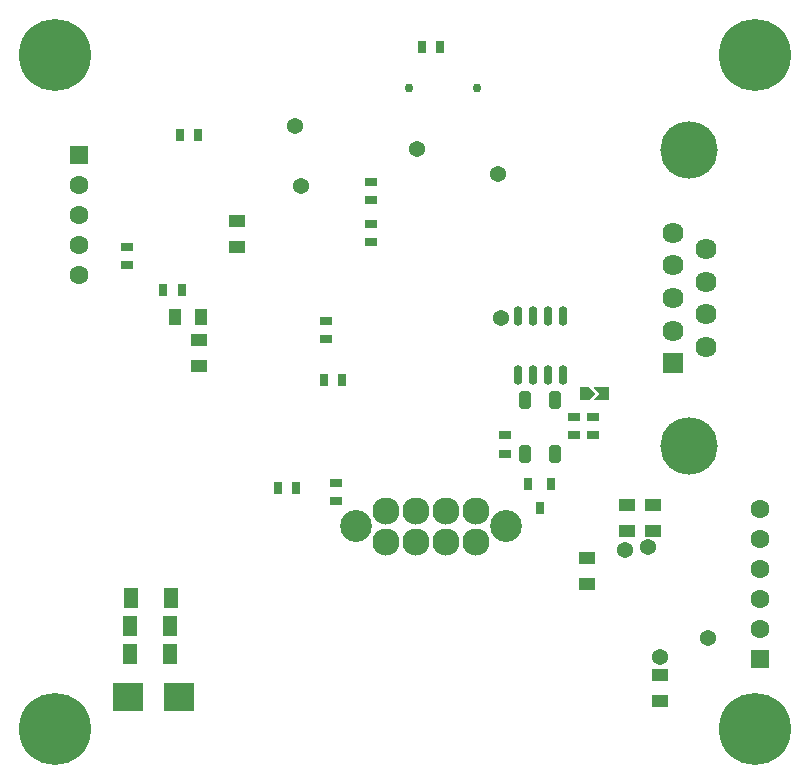
<source format=gbr>
%TF.GenerationSoftware,Altium Limited,Altium Designer,20.2.5 (213)*%
G04 Layer_Color=16711935*
%FSLAX44Y44*%
%MOMM*%
%TF.SameCoordinates,3FE501F2-1E46-4B48-ABA6-5278C61F2325*%
%TF.FilePolarity,Negative*%
%TF.FileFunction,Soldermask,Bot*%
%TF.Part,Single*%
G01*
G75*
%TA.AperFunction,SMDPad,CuDef*%
%ADD67R,1.0000X1.4000*%
%ADD68R,1.0000X0.7000*%
%ADD69R,0.2000X0.2000*%
%ADD70R,2.6000X2.4000*%
%ADD71R,0.7000X1.0000*%
%ADD72R,1.4000X1.0000*%
%ADD73R,0.8000X1.0000*%
G04:AMPARAMS|DCode=74|XSize=1.45mm|YSize=1mm|CornerRadius=0.14mm|HoleSize=0mm|Usage=FLASHONLY|Rotation=270.000|XOffset=0mm|YOffset=0mm|HoleType=Round|Shape=RoundedRectangle|*
%AMROUNDEDRECTD74*
21,1,1.4500,0.7200,0,0,270.0*
21,1,1.1700,1.0000,0,0,270.0*
1,1,0.2800,-0.3600,-0.5850*
1,1,0.2800,-0.3600,0.5850*
1,1,0.2800,0.3600,0.5850*
1,1,0.2800,0.3600,-0.5850*
%
%ADD74ROUNDEDRECTD74*%
%ADD75O,0.7500X1.7000*%
%ADD76R,1.2000X1.8000*%
%TA.AperFunction,ComponentPad*%
%ADD77C,0.7600*%
%ADD78C,1.6000*%
%ADD79R,1.6000X1.6000*%
%ADD80C,2.7000*%
%ADD81C,2.3000*%
%ADD82R,1.7900X1.7900*%
%ADD83C,1.7900*%
%ADD84C,4.8600*%
%TA.AperFunction,ViaPad*%
%ADD85C,6.1000*%
%ADD86C,1.3700*%
G36*
X496798Y329582D02*
X508500D01*
X508598Y329573D01*
X508692Y329544D01*
X508779Y329498D01*
X508855Y329435D01*
X508918Y329359D01*
X508964Y329272D01*
X508993Y329178D01*
X509002Y329080D01*
Y318920D01*
X508993Y318822D01*
X508964Y318728D01*
X508918Y318641D01*
X508855Y318565D01*
X508779Y318502D01*
X508692Y318456D01*
X508598Y318427D01*
X508500Y318418D01*
X496798D01*
X496797Y318417D01*
X496749Y318422D01*
X496699Y318427D01*
X496627Y318449D01*
X496605Y318456D01*
X496518Y318502D01*
X496442Y318565D01*
X496380Y318641D01*
X496333Y318728D01*
X496327Y318750D01*
X496305Y318822D01*
X496300Y318871D01*
X496295Y318920D01*
X496300Y318969D01*
X496305Y319018D01*
X496327Y319090D01*
X496333Y319112D01*
X496380Y319199D01*
X496442Y319275D01*
X501167Y324000D01*
X496442Y328725D01*
X496442Y328725D01*
X496414Y328759D01*
X496380Y328801D01*
X496333Y328888D01*
X496305Y328982D01*
X496304Y328991D01*
X496295Y329080D01*
X496305Y329178D01*
X496333Y329272D01*
X496380Y329359D01*
X496442Y329435D01*
X496518Y329498D01*
X496605Y329544D01*
X496699Y329573D01*
X496797Y329582D01*
X496798Y329582D01*
D02*
G37*
G36*
X491682Y329572D02*
X491754Y329550D01*
X491776Y329544D01*
X491863Y329497D01*
X491939Y329435D01*
X491939Y329435D01*
X497020Y324354D01*
X497082Y324278D01*
X497129Y324191D01*
X497157Y324097D01*
X497167Y323999D01*
X497157Y323901D01*
X497136Y323828D01*
X497129Y323806D01*
X497082Y323720D01*
X497020Y323643D01*
X497020Y323643D01*
X491941Y318565D01*
X491865Y318502D01*
X491778Y318456D01*
X491756Y318449D01*
X491684Y318427D01*
X491635Y318422D01*
X491586Y318417D01*
X491586Y318418D01*
X484914D01*
X484816Y318427D01*
X484722Y318456D01*
X484635Y318502D01*
X484559Y318565D01*
X484496Y318641D01*
X484450Y318728D01*
X484421Y318822D01*
X484412Y318920D01*
Y329080D01*
X484421Y329178D01*
X484450Y329272D01*
X484496Y329359D01*
X484559Y329435D01*
X484635Y329497D01*
X484722Y329544D01*
X484816Y329572D01*
X484914Y329582D01*
X491584D01*
X491682Y329572D01*
D02*
G37*
D67*
X163000Y389000D02*
D03*
X141000D02*
D03*
D68*
X278000Y233200D02*
D03*
Y248800D02*
D03*
X479000Y289200D02*
D03*
Y304800D02*
D03*
X421000Y273200D02*
D03*
Y288800D02*
D03*
X495000Y289200D02*
D03*
Y304800D02*
D03*
X269000Y370200D02*
D03*
Y385800D02*
D03*
X307000Y503800D02*
D03*
Y488200D02*
D03*
Y452200D02*
D03*
Y467800D02*
D03*
X101000Y433000D02*
D03*
Y448600D02*
D03*
D69*
X489500Y324000D02*
D03*
X504500D02*
D03*
D70*
X101500Y67250D02*
D03*
X144500D02*
D03*
D71*
X365800Y618000D02*
D03*
X350200D02*
D03*
X228400Y244000D02*
D03*
X244000D02*
D03*
X160800Y543000D02*
D03*
X145200D02*
D03*
X147000Y412000D02*
D03*
X131400D02*
D03*
X267200Y336000D02*
D03*
X282800D02*
D03*
D72*
X162000Y370000D02*
D03*
Y348000D02*
D03*
X194000Y448000D02*
D03*
Y470000D02*
D03*
X490000Y163000D02*
D03*
Y185000D02*
D03*
X552000Y64000D02*
D03*
Y86000D02*
D03*
X546000Y230000D02*
D03*
Y208000D02*
D03*
X524000D02*
D03*
Y230000D02*
D03*
D73*
X450000Y227000D02*
D03*
X459500Y248000D02*
D03*
X440500D02*
D03*
D74*
X438000Y273500D02*
D03*
Y319000D02*
D03*
X463000Y273500D02*
D03*
Y319000D02*
D03*
D75*
X444701Y390006D02*
D03*
X457402D02*
D03*
X470102D02*
D03*
X432001Y390006D02*
D03*
Y340006D02*
D03*
X444701D02*
D03*
X470102D02*
D03*
X457402D02*
D03*
D76*
X137750Y151250D02*
D03*
X103750D02*
D03*
X137500Y127250D02*
D03*
X103500D02*
D03*
X137500Y104000D02*
D03*
X103500D02*
D03*
D77*
X339200Y583000D02*
D03*
X397000D02*
D03*
D78*
X637000Y226600D02*
D03*
Y201200D02*
D03*
Y175800D02*
D03*
Y150400D02*
D03*
Y125000D02*
D03*
X60000Y424800D02*
D03*
Y450200D02*
D03*
Y475600D02*
D03*
Y501000D02*
D03*
D79*
X637000Y99600D02*
D03*
X60000Y526400D02*
D03*
D80*
X421642Y211724D02*
D03*
X294642D02*
D03*
D81*
X320000Y199000D02*
D03*
X345399D02*
D03*
X370797D02*
D03*
X396196D02*
D03*
X396242Y224424D02*
D03*
X370844Y224440D02*
D03*
X345445D02*
D03*
X320046D02*
D03*
D82*
X562600Y349750D02*
D03*
D83*
X591000Y363600D02*
D03*
X562600Y377450D02*
D03*
X591000Y391300D02*
D03*
X562600Y405150D02*
D03*
X591000Y419000D02*
D03*
X562600Y432850D02*
D03*
X591000Y446700D02*
D03*
X562600Y460550D02*
D03*
D84*
X576800Y530100D02*
D03*
Y280200D02*
D03*
D85*
X632000Y40000D02*
D03*
X40000D02*
D03*
X40000Y611000D02*
D03*
X632000D02*
D03*
D86*
X415000Y510000D02*
D03*
X346000Y531000D02*
D03*
X522000Y192000D02*
D03*
X541997Y193998D02*
D03*
X417000Y388000D02*
D03*
X243000Y551000D02*
D03*
X248000Y500000D02*
D03*
X593000Y117000D02*
D03*
X552000Y101000D02*
D03*
%TF.MD5,6a3d6620250a3c11b4a476709ae8e22d*%
M02*

</source>
